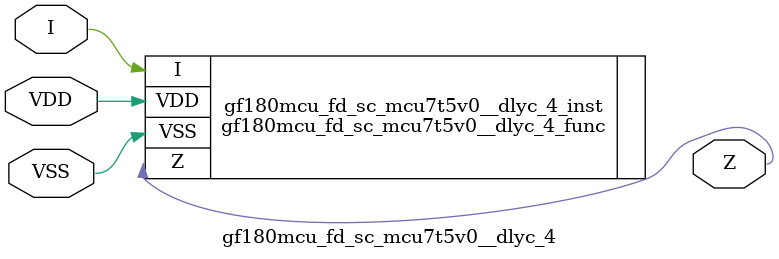
<source format=v>

module gf180mcu_fd_sc_mcu7t5v0__dlyc_4( I, Z, VDD, VSS );
input I;
inout VDD, VSS;
output Z;

   `ifdef FUNCTIONAL  //  functional //

	gf180mcu_fd_sc_mcu7t5v0__dlyc_4_func gf180mcu_fd_sc_mcu7t5v0__dlyc_4_behav_inst(.I(I),.Z(Z),.VDD(VDD),.VSS(VSS));

   `else

	gf180mcu_fd_sc_mcu7t5v0__dlyc_4_func gf180mcu_fd_sc_mcu7t5v0__dlyc_4_inst(.I(I),.Z(Z),.VDD(VDD),.VSS(VSS));

	// spec_gates_begin


	// spec_gates_end



   specify

	// specify_block_begin

	// comb arc I --> Z
	 (I => Z) = (1.0,1.0);

	// specify_block_end

   endspecify

   `endif

endmodule

</source>
